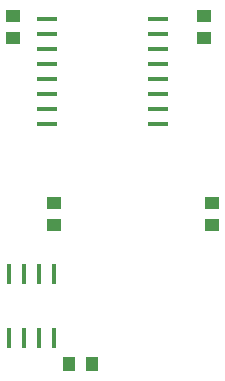
<source format=gbr>
G04 DipTrace 3.1.0.1*
G04 TopPaste.gbr*
%MOIN*%
G04 #@! TF.FileFunction,Paste,Top*
G04 #@! TF.Part,Single*
%ADD31R,0.043181X0.051055*%
%ADD33R,0.015622X0.07074*%
%ADD39R,0.07074X0.015622*%
%ADD41R,0.051055X0.043181*%
%FSLAX26Y26*%
G04*
G70*
G90*
G75*
G01*
G04 TopPaste*
%LPD*%
D41*
X1525857Y1313310D3*
Y1238507D3*
X2050857Y1313310D3*
Y1238507D3*
X1388357Y1938310D3*
Y1863507D3*
X2025857Y1938310D3*
Y1863507D3*
D39*
X1500857Y1925810D3*
Y1875810D3*
Y1825810D3*
Y1775810D3*
Y1725810D3*
Y1675810D3*
Y1625810D3*
Y1575810D3*
X1870936D3*
Y1625810D3*
Y1675810D3*
Y1725810D3*
Y1775810D3*
Y1825810D3*
Y1875810D3*
Y1925810D3*
D33*
X1525857Y1075810D3*
X1475857D3*
X1425857D3*
X1375857D3*
Y863211D3*
X1425857D3*
X1475857D3*
X1525857D3*
D31*
X1575857Y775810D3*
X1650660D3*
M02*

</source>
